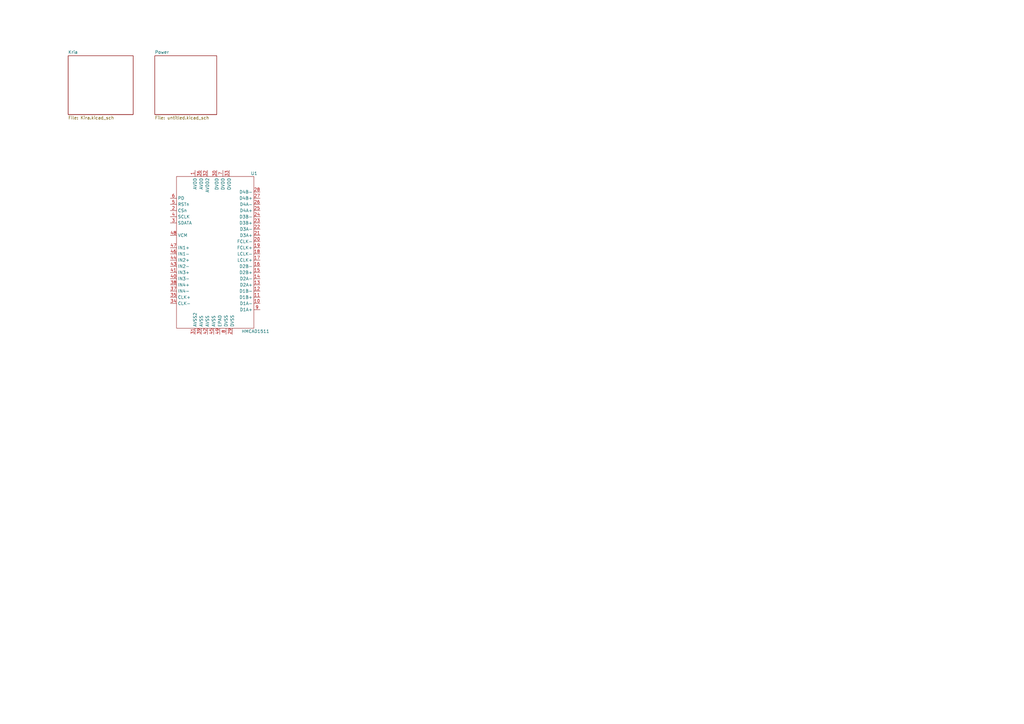
<source format=kicad_sch>
(kicad_sch (version 20211123) (generator eeschema)
  (paper "A3")
  (lib_symbols
    (symbol "Beefy:HMCAD1511"
      (property "Reference" "U" (at 0 1.27 0))
      (property "Value" "HMCAD1511" (at 0 -1.27 0))
      (symbol "HMCAD1511_0_1"
        (rectangle (start -15.24 26.67) (end 16.51 -35.56))
      )
      (symbol "HMCAD1511_1_1"
        (pin input line (at -7.62 29.21 270) (length 2.54) (name "AVDD") (number "1"))
        (pin input line (at 19.05 -25.4 180) (length 2.54) (name "D1A-") (number "10"))
        (pin input line (at 19.05 -22.86 180) (length 2.54) (name "D1B+") (number "11"))
        (pin input line (at 19.05 -20.32 180) (length 2.54) (name "D1B-") (number "12"))
        (pin input line (at 19.05 -17.78 180) (length 2.54) (name "D2A+") (number "13"))
        (pin input line (at 19.05 -15.24 180) (length 2.54) (name "D2A-") (number "14"))
        (pin input line (at 19.05 -12.7 180) (length 2.54) (name "D2B+") (number "15"))
        (pin input line (at 19.05 -10.16 180) (length 2.54) (name "D2B-") (number "16"))
        (pin input line (at 19.05 -7.62 180) (length 2.54) (name "LCLK+") (number "17"))
        (pin input line (at 19.05 -5.08 180) (length 2.54) (name "LCLK-") (number "18"))
        (pin input line (at 19.05 -2.54 180) (length 2.54) (name "FCLK+") (number "19"))
        (pin input line (at -17.78 12.7 0) (length 2.54) (name "CSn") (number "2"))
        (pin input line (at 19.05 0 180) (length 2.54) (name "FCLK-") (number "20"))
        (pin input line (at 19.05 2.54 180) (length 2.54) (name "D3A+") (number "21"))
        (pin input line (at 19.05 5.08 180) (length 2.54) (name "D3A-") (number "22"))
        (pin input line (at 19.05 7.62 180) (length 2.54) (name "D3B+") (number "23"))
        (pin input line (at 19.05 10.16 180) (length 2.54) (name "D3B-") (number "24"))
        (pin input line (at 19.05 12.7 180) (length 2.54) (name "D4A+") (number "25"))
        (pin input line (at 19.05 15.24 180) (length 2.54) (name "D4A-") (number "26"))
        (pin input line (at 19.05 17.78 180) (length 2.54) (name "D4B+") (number "27"))
        (pin input line (at 19.05 20.32 180) (length 2.54) (name "D4B-") (number "28"))
        (pin input line (at 7.62 -38.1 90) (length 2.54) (name "DVSS") (number "29"))
        (pin input line (at -17.78 7.62 0) (length 2.54) (name "SDATA") (number "3"))
        (pin input line (at 1.27 29.21 270) (length 2.54) (name "DVDD") (number "30"))
        (pin input line (at -7.62 -38.1 90) (length 2.54) (name "AVSS2") (number "31"))
        (pin input line (at -2.54 29.21 270) (length 2.54) (name "AVDD2") (number "32"))
        (pin input line (at 6.35 29.21 270) (length 2.54) (name "OVDD") (number "33"))
        (pin input line (at -17.78 -25.4 0) (length 2.54) (name "CLK-") (number "34"))
        (pin input line (at -17.78 -22.86 0) (length 2.54) (name "CLK+") (number "35"))
        (pin input line (at -5.08 29.21 270) (length 2.54) (name "AVDD") (number "36"))
        (pin input line (at -17.78 -20.32 0) (length 2.54) (name "IN4-") (number "37"))
        (pin input line (at -17.78 -17.78 0) (length 2.54) (name "IN4+") (number "38"))
        (pin input line (at -5.08 -38.1 90) (length 2.54) (name "AVSS") (number "39"))
        (pin input line (at -17.78 10.16 0) (length 2.54) (name "SCLK") (number "4"))
        (pin input line (at -17.78 -15.24 0) (length 2.54) (name "IN3-") (number "40"))
        (pin input line (at -17.78 -12.7 0) (length 2.54) (name "IN3+") (number "41"))
        (pin input line (at -2.54 -38.1 90) (length 2.54) (name "AVSS") (number "42"))
        (pin input line (at -17.78 -10.16 0) (length 2.54) (name "IN2-") (number "43"))
        (pin input line (at -17.78 -7.62 0) (length 2.54) (name "IN2+") (number "44"))
        (pin input line (at 0 -38.1 90) (length 2.54) (name "AVSS") (number "45"))
        (pin input line (at -17.78 -5.08 0) (length 2.54) (name "IN1-") (number "46"))
        (pin input line (at -17.78 -2.54 0) (length 2.54) (name "IN1+") (number "47"))
        (pin input line (at -17.78 2.54 0) (length 2.54) (name "VCM") (number "48"))
        (pin input line (at 2.54 -38.1 90) (length 2.54) (name "EPAD") (number "49"))
        (pin input line (at -17.78 15.24 0) (length 2.54) (name "RSTn") (number "5"))
        (pin input line (at -17.78 17.78 0) (length 2.54) (name "PD") (number "6"))
        (pin input line (at 3.81 29.21 270) (length 2.54) (name "DVDD") (number "7"))
        (pin input line (at 5.08 -38.1 90) (length 2.54) (name "DVSS") (number "8"))
        (pin input line (at 19.05 -27.94 180) (length 2.54) (name "D1A+") (number "9"))
      )
    )
  )
  (symbol (lib_id "Beefy:HMCAD1511") (at 87.63 99.06 0) (unit 1)
    (property "Reference" "U1" (at 102.87 71.12 0) (effects (justify left)))
    (property "Value" "HMCAD1511" (at 99.06 135.89 0) (effects (justify left)))
    (property "Footprint" "Parts:QFN50P700X700X80-49N" (effects hide))
  )
  (sheet (at 27.94 22.86) (size 26.67 24.13) (stroke (width 0.1524))
    (property "Sheet name" "Kria" (at 27.94 22.1484 0) (effects (justify left bottom)))
    (property "Sheet file" "Kira.kicad_sch" (at 27.94 47.5746 0) (effects (justify left top)))
  )
  (sheet (at 63.5 22.86) (size 25.4 24.13) (stroke (width 0.1524))
    (property "Sheet name" "Power" (at 63.5 22.1484 0) (effects (justify left bottom)))
    (property "Sheet file" "untitled.kicad_sch" (at 63.5 47.5746 0) (effects (justify left top)))
  )
)
</source>
